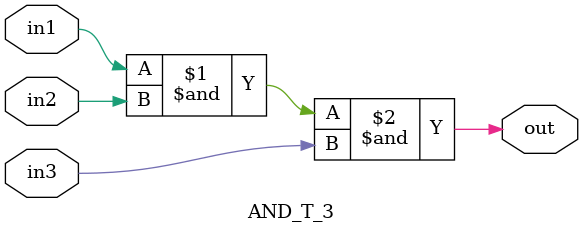
<source format=v>
`timescale 1ns / 1ps

`define	D		1	// definition of the delay

// Delayed AND gate

module AND_T_3(out, in1, in2, in3);

input in1, in2, in3;
output out;

and		#`D		and1(out, in1, in2, in3);


endmodule

</source>
